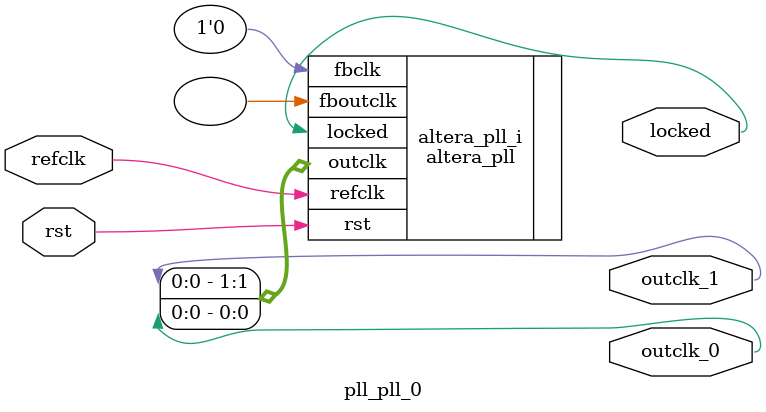
<source format=v>
`timescale 1ns/10ps
module  pll_pll_0(

	// interface 'refclk'
	input wire refclk,

	// interface 'reset'
	input wire rst,

	// interface 'outclk0'
	output wire outclk_0,

	// interface 'outclk1'
	output wire outclk_1,

	// interface 'locked'
	output wire locked
);

	altera_pll #(
		.fractional_vco_multiplier("false"),
		.reference_clock_frequency("50.0 MHz"),
		.operation_mode("direct"),
		.number_of_clocks(2),
		.output_clock_frequency0("12.000000 MHz"),
		.phase_shift0("0 ps"),
		.duty_cycle0(50),
		.output_clock_frequency1("12.000000 MHz"),
		.phase_shift1("0 ps"),
		.duty_cycle1(50),
		.output_clock_frequency2("0 MHz"),
		.phase_shift2("0 ps"),
		.duty_cycle2(50),
		.output_clock_frequency3("0 MHz"),
		.phase_shift3("0 ps"),
		.duty_cycle3(50),
		.output_clock_frequency4("0 MHz"),
		.phase_shift4("0 ps"),
		.duty_cycle4(50),
		.output_clock_frequency5("0 MHz"),
		.phase_shift5("0 ps"),
		.duty_cycle5(50),
		.output_clock_frequency6("0 MHz"),
		.phase_shift6("0 ps"),
		.duty_cycle6(50),
		.output_clock_frequency7("0 MHz"),
		.phase_shift7("0 ps"),
		.duty_cycle7(50),
		.output_clock_frequency8("0 MHz"),
		.phase_shift8("0 ps"),
		.duty_cycle8(50),
		.output_clock_frequency9("0 MHz"),
		.phase_shift9("0 ps"),
		.duty_cycle9(50),
		.output_clock_frequency10("0 MHz"),
		.phase_shift10("0 ps"),
		.duty_cycle10(50),
		.output_clock_frequency11("0 MHz"),
		.phase_shift11("0 ps"),
		.duty_cycle11(50),
		.output_clock_frequency12("0 MHz"),
		.phase_shift12("0 ps"),
		.duty_cycle12(50),
		.output_clock_frequency13("0 MHz"),
		.phase_shift13("0 ps"),
		.duty_cycle13(50),
		.output_clock_frequency14("0 MHz"),
		.phase_shift14("0 ps"),
		.duty_cycle14(50),
		.output_clock_frequency15("0 MHz"),
		.phase_shift15("0 ps"),
		.duty_cycle15(50),
		.output_clock_frequency16("0 MHz"),
		.phase_shift16("0 ps"),
		.duty_cycle16(50),
		.output_clock_frequency17("0 MHz"),
		.phase_shift17("0 ps"),
		.duty_cycle17(50),
		.pll_type("General"),
		.pll_subtype("General")
	) altera_pll_i (
		.rst	(rst),
		.outclk	({outclk_1, outclk_0}),
		.locked	(locked),
		.fboutclk	( ),
		.fbclk	(1'b0),
		.refclk	(refclk)
	);
endmodule


</source>
